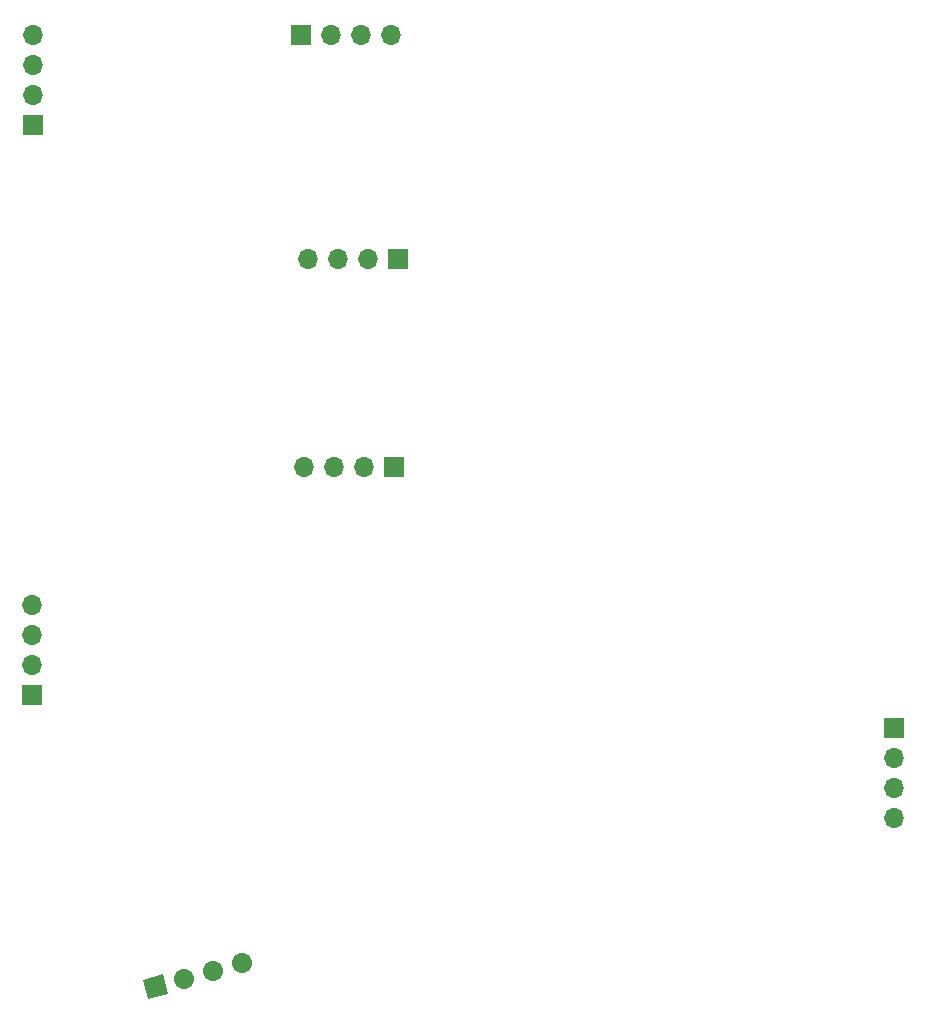
<source format=gbr>
G04 #@! TF.GenerationSoftware,KiCad,Pcbnew,(5.1.4)-1*
G04 #@! TF.CreationDate,2023-01-08T18:52:39-05:00*
G04 #@! TF.ProjectId,ThumbsUp,5468756d-6273-4557-902e-6b696361645f,rev?*
G04 #@! TF.SameCoordinates,Original*
G04 #@! TF.FileFunction,Copper,L1,Top*
G04 #@! TF.FilePolarity,Positive*
%FSLAX46Y46*%
G04 Gerber Fmt 4.6, Leading zero omitted, Abs format (unit mm)*
G04 Created by KiCad (PCBNEW (5.1.4)-1) date 2023-01-08 18:52:39*
%MOMM*%
%LPD*%
G04 APERTURE LIST*
%ADD10O,1.700000X1.700000*%
%ADD11R,1.700000X1.700000*%
%ADD12C,1.700000*%
%ADD13C,1.700000*%
%ADD14C,0.100000*%
G04 APERTURE END LIST*
D10*
X183332025Y-519910322D03*
X180792025Y-519910322D03*
X178252025Y-519910322D03*
D11*
X175712025Y-519910322D03*
D10*
X152912019Y-568160280D03*
X152912019Y-570700280D03*
X152912019Y-573240280D03*
D11*
X152912019Y-575780280D03*
D10*
X152958726Y-519860794D03*
X152958726Y-522400794D03*
X152958726Y-524940794D03*
D11*
X152958726Y-527480794D03*
D10*
X225912025Y-586230322D03*
X225912025Y-583690322D03*
X225912025Y-581150322D03*
D11*
X225912025Y-578610322D03*
D10*
X176239012Y-538892011D03*
X178779012Y-538892011D03*
X181319012Y-538892011D03*
D11*
X183859012Y-538892011D03*
D12*
X170712025Y-598510322D03*
D13*
X170712025Y-598510322D02*
X170712025Y-598510322D01*
D12*
X168258573Y-599167722D03*
D13*
X168258573Y-599167722D02*
X168258573Y-599167722D01*
D12*
X165805122Y-599825123D03*
D13*
X165805122Y-599825123D02*
X165805122Y-599825123D01*
D12*
X163351670Y-600482523D03*
D14*
G36*
X164392703Y-601083564D02*
G01*
X162750629Y-601523556D01*
X162310637Y-599881482D01*
X163952711Y-599441490D01*
X164392703Y-601083564D01*
X164392703Y-601083564D01*
G37*
D10*
X175936722Y-556457847D03*
X178476722Y-556457847D03*
X181016722Y-556457847D03*
D11*
X183556722Y-556457847D03*
M02*

</source>
